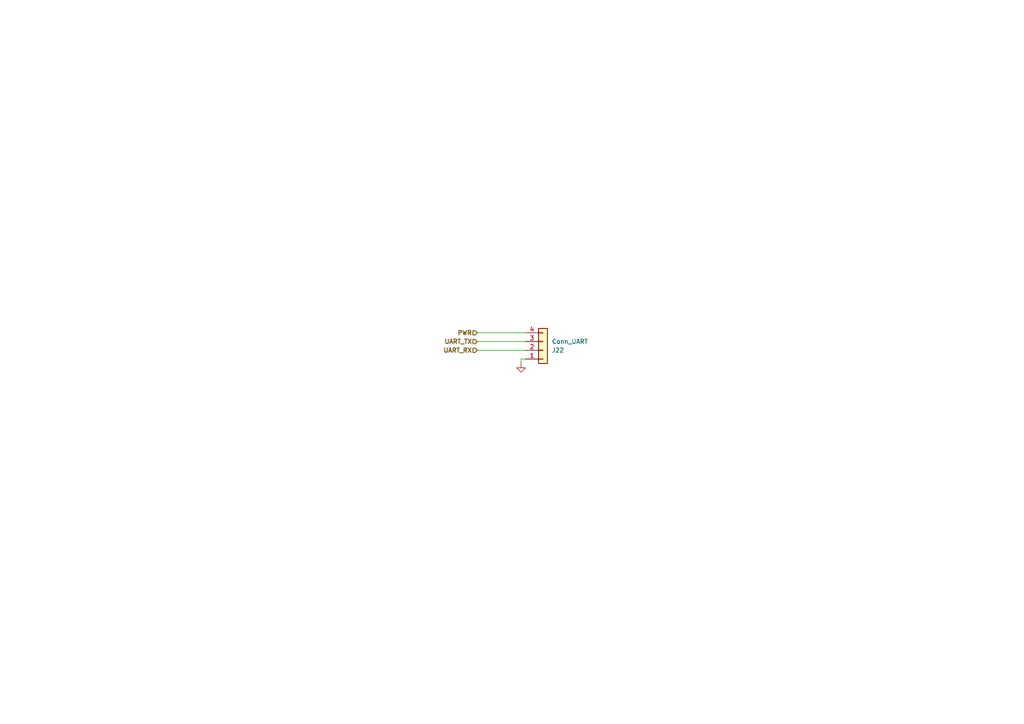
<source format=kicad_sch>
(kicad_sch (version 20230121) (generator eeschema)
  (paper "A4")
  (lib_symbols
    (symbol "Connector_Generic:Conn_01x04" (pin_names (offset 1.016) hide)
      (property "Reference" "J" (at 0 5.08 0))
      (property "Value" "Conn_01x04" (at 0 -7.62 0))
      (symbol "Conn_01x04_1_1"
        (rectangle (start -1.27 -4.953) (end 0 -5.207) (stroke (width 0.1524)))
        (rectangle (start -1.27 -2.413) (end 0 -2.667) (stroke (width 0.1524)))
        (rectangle (start -1.27 0.127) (end 0 -0.127) (stroke (width 0.1524)))
        (rectangle (start -1.27 2.667) (end 0 2.413) (stroke (width 0.1524)))
        (rectangle (start -1.27 3.81) (end 1.27 -6.35) (stroke (width 0.254)) (fill (type background)))
        (pin passive line (at -5.08 2.54 0) (length 3.81) (name "Pin_1") (number "1"))
        (pin passive line (at -5.08 0 0) (length 3.81) (name "Pin_2") (number "2"))
        (pin passive line (at -5.08 -2.54 0) (length 3.81) (name "Pin_3") (number "3"))
        (pin passive line (at -5.08 -5.08 0) (length 3.81) (name "Pin_4") (number "4"))
      )
    )
    (symbol "power:GND" (power) (pin_names (offset 0))
      (property "Value" "GND" (at 0 -3.81 0))
      (symbol "GND_0_1"
        (polyline (pts (xy 0 0) (xy 0 -1.27) (xy 1.27 -1.27) (xy 0 -2.54) (xy -1.27 -1.27) (xy 0 -1.27)))
      )
      (symbol "GND_1_1"
        (pin power_in line (at 0 0 270) (length 0) hide (name "GND") (number "1"))
      )
    )
  )
  (wire (pts (xy 138.43 99.06) (xy 152.4 99.06)))
  (wire (pts (xy 138.43 96.52) (xy 152.4 96.52)))
  (wire (pts (xy 151.13 104.14) (xy 152.4 104.14)))
  (wire (pts (xy 151.13 105.41) (xy 151.13 104.14)))
  (wire (pts (xy 138.43 101.6) (xy 152.4 101.6)))
  (hierarchical_label "UART_TX" (shape input) (at 138.43 99.06 180) (effects (font bold)))
  (hierarchical_label "PWR" (shape input) (at 138.43 96.52 180) (effects (font bold)))
  (hierarchical_label "UART_RX" (shape input) (at 138.43 101.6 180) (effects (font bold)))
  (symbol (lib_id "power:GND") (at 151.13 105.41 0) (unit 1)
    (property "Reference" "#PWR051" (effects hide))
    (property "Value" "GND" (effects hide))
    (instances (project "puissanceok" (path "" (reference "#PWR051") (unit 1)) (path "" (reference "#PWR046") (unit 1)) (path "" (reference "#PWR052") (unit 1))))
  )
  (symbol (lib_id "Connector_Generic:Conn_01x04") (at 157.48 101.6 0) (mirror x) (unit 1)
    (property "Reference" "J22" (at 160.02 101.6 0) (effects (justify left)))
    (property "Value" "Conn_UART" (at 160.02 99.06 0) (effects (justify left)))
    (property "Footprint" "Connector_JST:JST_XH_B4B-XH-A_1x04_P2.50mm_Vertical" (effects hide))
    (instances (project "puissanceok" (path "" (reference "J22") (unit 1)) (path "" (reference "J23") (unit 1)) (path "" (reference "J20") (unit 1))))
  )
)
</source>
